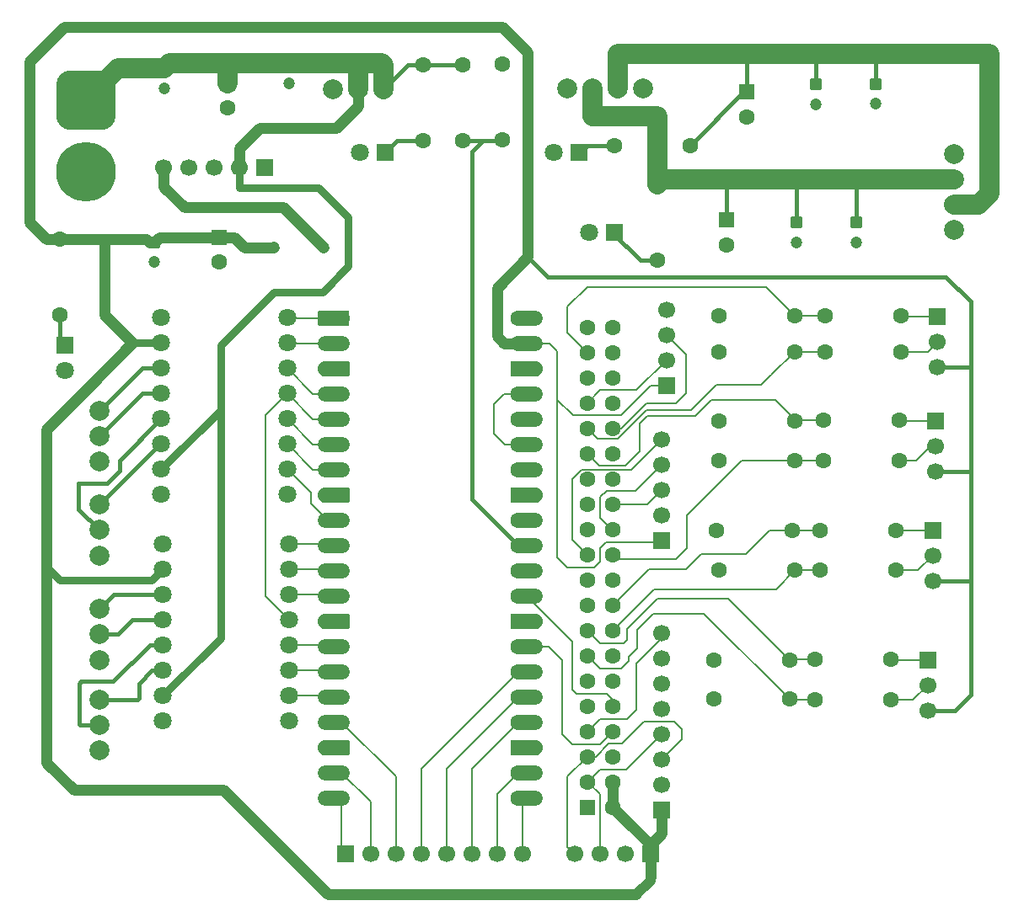
<source format=gbr>
%TF.GenerationSoftware,KiCad,Pcbnew,9.0.3*%
%TF.CreationDate,2025-08-05T09:32:10-05:00*%
%TF.ProjectId,Power Distribution PCB Schematic,506f7765-7220-4446-9973-747269627574,rev?*%
%TF.SameCoordinates,Original*%
%TF.FileFunction,Copper,L1,Top*%
%TF.FilePolarity,Positive*%
%FSLAX46Y46*%
G04 Gerber Fmt 4.6, Leading zero omitted, Abs format (unit mm)*
G04 Created by KiCad (PCBNEW 9.0.3) date 2025-08-05 09:32:10*
%MOMM*%
%LPD*%
G01*
G04 APERTURE LIST*
G04 Aperture macros list*
%AMRoundRect*
0 Rectangle with rounded corners*
0 $1 Rounding radius*
0 $2 $3 $4 $5 $6 $7 $8 $9 X,Y pos of 4 corners*
0 Add a 4 corners polygon primitive as box body*
4,1,4,$2,$3,$4,$5,$6,$7,$8,$9,$2,$3,0*
0 Add four circle primitives for the rounded corners*
1,1,$1+$1,$2,$3*
1,1,$1+$1,$4,$5*
1,1,$1+$1,$6,$7*
1,1,$1+$1,$8,$9*
0 Add four rect primitives between the rounded corners*
20,1,$1+$1,$2,$3,$4,$5,0*
20,1,$1+$1,$4,$5,$6,$7,0*
20,1,$1+$1,$6,$7,$8,$9,0*
20,1,$1+$1,$8,$9,$2,$3,0*%
%AMFreePoly0*
4,1,37,0.800000,0.796148,0.878414,0.796148,1.032228,0.765552,1.177117,0.705537,1.307515,0.618408,1.418408,0.507515,1.505537,0.377117,1.565552,0.232228,1.596148,0.078414,1.596148,-0.078414,1.565552,-0.232228,1.505537,-0.377117,1.418408,-0.507515,1.307515,-0.618408,1.177117,-0.705537,1.032228,-0.765552,0.878414,-0.796148,0.800000,-0.796148,0.800000,-0.800000,-1.400000,-0.800000,
-1.403843,-0.796157,-1.439018,-0.796157,-1.511114,-0.766294,-1.566294,-0.711114,-1.596157,-0.639018,-1.596157,-0.603843,-1.600000,-0.600000,-1.600000,0.600000,-1.596157,0.603843,-1.596157,0.639018,-1.566294,0.711114,-1.511114,0.766294,-1.439018,0.796157,-1.403843,0.796157,-1.400000,0.800000,0.800000,0.800000,0.800000,0.796148,0.800000,0.796148,$1*%
%AMFreePoly1*
4,1,37,1.403843,0.796157,1.439018,0.796157,1.511114,0.766294,1.566294,0.711114,1.596157,0.639018,1.596157,0.603843,1.600000,0.600000,1.600000,-0.600000,1.596157,-0.603843,1.596157,-0.639018,1.566294,-0.711114,1.511114,-0.766294,1.439018,-0.796157,1.403843,-0.796157,1.400000,-0.800000,-0.800000,-0.800000,-0.800000,-0.796148,-0.878414,-0.796148,-1.032228,-0.765552,-1.177117,-0.705537,
-1.307515,-0.618408,-1.418408,-0.507515,-1.505537,-0.377117,-1.565552,-0.232228,-1.596148,-0.078414,-1.596148,0.078414,-1.565552,0.232228,-1.505537,0.377117,-1.418408,0.507515,-1.307515,0.618408,-1.177117,0.705537,-1.032228,0.765552,-0.878414,0.796148,-0.800000,0.796148,-0.800000,0.800000,1.400000,0.800000,1.403843,0.796157,1.403843,0.796157,$1*%
%AMFreePoly2*
4,1,37,0.603843,0.796157,0.639018,0.796157,0.711114,0.766294,0.766294,0.711114,0.796157,0.639018,0.796157,0.603843,0.800000,0.600000,0.800000,-0.600000,0.796157,-0.603843,0.796157,-0.639018,0.766294,-0.711114,0.711114,-0.766294,0.639018,-0.796157,0.603843,-0.796157,0.600000,-0.800000,0.000000,-0.800000,0.000000,-0.796148,-0.078414,-0.796148,-0.232228,-0.765552,-0.377117,-0.705537,
-0.507515,-0.618408,-0.618408,-0.507515,-0.705537,-0.377117,-0.765552,-0.232228,-0.796148,-0.078414,-0.796148,0.078414,-0.765552,0.232228,-0.705537,0.377117,-0.618408,0.507515,-0.507515,0.618408,-0.377117,0.705537,-0.232228,0.765552,-0.078414,0.796148,0.000000,0.796148,0.000000,0.800000,0.600000,0.800000,0.603843,0.796157,0.603843,0.796157,$1*%
%AMFreePoly3*
4,1,37,0.000000,0.796148,0.078414,0.796148,0.232228,0.765552,0.377117,0.705537,0.507515,0.618408,0.618408,0.507515,0.705537,0.377117,0.765552,0.232228,0.796148,0.078414,0.796148,-0.078414,0.765552,-0.232228,0.705537,-0.377117,0.618408,-0.507515,0.507515,-0.618408,0.377117,-0.705537,0.232228,-0.765552,0.078414,-0.796148,0.000000,-0.796148,0.000000,-0.800000,-0.600000,-0.800000,
-0.603843,-0.796157,-0.639018,-0.796157,-0.711114,-0.766294,-0.766294,-0.711114,-0.796157,-0.639018,-0.796157,-0.603843,-0.800000,-0.600000,-0.800000,0.600000,-0.796157,0.603843,-0.796157,0.639018,-0.766294,0.711114,-0.711114,0.766294,-0.639018,0.796157,-0.603843,0.796157,-0.600000,0.800000,0.000000,0.800000,0.000000,0.796148,0.000000,0.796148,$1*%
G04 Aperture macros list end*
%TA.AperFunction,ComponentPad*%
%ADD10C,1.800000*%
%TD*%
%TA.AperFunction,ComponentPad*%
%ADD11C,2.000000*%
%TD*%
%TA.AperFunction,ComponentPad*%
%ADD12RoundRect,0.250000X-0.550000X0.550000X-0.550000X-0.550000X0.550000X-0.550000X0.550000X0.550000X0*%
%TD*%
%TA.AperFunction,ComponentPad*%
%ADD13C,1.600000*%
%TD*%
%TA.AperFunction,ComponentPad*%
%ADD14RoundRect,0.250000X-0.350000X0.350000X-0.350000X-0.350000X0.350000X-0.350000X0.350000X0.350000X0*%
%TD*%
%TA.AperFunction,ComponentPad*%
%ADD15C,1.200000*%
%TD*%
%TA.AperFunction,SMDPad,CuDef*%
%ADD16FreePoly0,0.000000*%
%TD*%
%TA.AperFunction,ComponentPad*%
%ADD17RoundRect,0.200000X-0.600000X-0.600000X0.600000X-0.600000X0.600000X0.600000X-0.600000X0.600000X0*%
%TD*%
%TA.AperFunction,SMDPad,CuDef*%
%ADD18RoundRect,0.800000X-0.800000X-0.000010X0.800000X-0.000010X0.800000X0.000010X-0.800000X0.000010X0*%
%TD*%
%TA.AperFunction,SMDPad,CuDef*%
%ADD19FreePoly1,0.000000*%
%TD*%
%TA.AperFunction,ComponentPad*%
%ADD20FreePoly2,0.000000*%
%TD*%
%TA.AperFunction,ComponentPad*%
%ADD21FreePoly3,0.000000*%
%TD*%
%TA.AperFunction,ComponentPad*%
%ADD22R,1.700000X1.700000*%
%TD*%
%TA.AperFunction,ComponentPad*%
%ADD23C,1.700000*%
%TD*%
%TA.AperFunction,ComponentPad*%
%ADD24R,1.800000X1.800000*%
%TD*%
%TA.AperFunction,ComponentPad*%
%ADD25RoundRect,1.500000X-1.500000X1.500000X-1.500000X-1.500000X1.500000X-1.500000X1.500000X1.500000X0*%
%TD*%
%TA.AperFunction,ComponentPad*%
%ADD26C,6.000000*%
%TD*%
%TA.AperFunction,ComponentPad*%
%ADD27R,1.605000X1.605000*%
%TD*%
%TA.AperFunction,ComponentPad*%
%ADD28C,1.605000*%
%TD*%
%TA.AperFunction,Conductor*%
%ADD29C,0.800000*%
%TD*%
%TA.AperFunction,Conductor*%
%ADD30C,0.400000*%
%TD*%
%TA.AperFunction,Conductor*%
%ADD31C,0.150000*%
%TD*%
%TA.AperFunction,Conductor*%
%ADD32C,1.100000*%
%TD*%
%TA.AperFunction,Conductor*%
%ADD33C,2.000000*%
%TD*%
%TA.AperFunction,Conductor*%
%ADD34C,0.750000*%
%TD*%
%TA.AperFunction,Conductor*%
%ADD35C,0.200000*%
%TD*%
%TA.AperFunction,Conductor*%
%ADD36C,1.000000*%
%TD*%
G04 APERTURE END LIST*
D10*
%TO.P,Driver_Board1,1,GND*%
%TO.N,GND*%
X34720000Y-56236465D03*
%TO.P,Driver_Board1,2,VCC*%
%TO.N,/5V_Bus*%
X34720000Y-58776465D03*
%TO.P,Driver_Board1,3,AO1*%
%TO.N,Net-(Driver_Board1-AO1)*%
X34720000Y-61316465D03*
%TO.P,Driver_Board1,4,AO2*%
%TO.N,Net-(Driver_Board1-AO2)*%
X34720000Y-63856465D03*
%TO.P,Driver_Board1,5,BO2*%
%TO.N,Net-(Driver_Board1-BO2)*%
X34720000Y-66396465D03*
%TO.P,Driver_Board1,6,BO1*%
%TO.N,Net-(Driver_Board1-BO1)*%
X34720000Y-68936465D03*
%TO.P,Driver_Board1,7,VMOT*%
%TO.N,/12V_Bus*%
X34720000Y-71476465D03*
%TO.P,Driver_Board1,8,GND*%
%TO.N,GND*%
X34720000Y-74016465D03*
%TO.P,Driver_Board1,9,PWMA*%
%TO.N,Net-(A1-GPIO0)*%
X47420000Y-56236465D03*
%TO.P,Driver_Board1,10,AIN2*%
%TO.N,Net-(A1-GPIO1)*%
X47420000Y-58776465D03*
%TO.P,Driver_Board1,11,AIN1*%
%TO.N,Net-(A1-GPIO2)*%
X47420000Y-61316465D03*
%TO.P,Driver_Board1,12,STBY*%
%TO.N,Net-(A1-GPIO3)*%
X47420000Y-63856465D03*
%TO.P,Driver_Board1,13,BIN1*%
%TO.N,Net-(A1-GPIO4)*%
X47420000Y-66396465D03*
%TO.P,Driver_Board1,14,BIN2*%
%TO.N,Net-(A1-GPIO5)*%
X47420000Y-68936465D03*
%TO.P,Driver_Board1,15,PWMB*%
%TO.N,Net-(A1-GPIO6)*%
X47420000Y-71476465D03*
%TO.P,Driver_Board1,16,GND*%
%TO.N,GND*%
X47420000Y-74016465D03*
%TD*%
D11*
%TO.P,J2,1,M+*%
%TO.N,/12V_Bus*%
X57110000Y-33226465D03*
%TO.P,J2,2,M-*%
X54570000Y-33226465D03*
%TO.P,J2,3,GND*%
%TO.N,GND*%
X52000000Y-33226465D03*
%TD*%
D12*
%TO.P,C2,1*%
%TO.N,/12V_Bus*%
X41406148Y-32626465D03*
D13*
%TO.P,C2,2*%
%TO.N,GND*%
X41406148Y-35126465D03*
%TD*%
D14*
%TO.P,C1,1*%
%TO.N,/12V_Bus*%
X47570000Y-30626465D03*
D15*
%TO.P,C1,2*%
%TO.N,GND*%
X47570000Y-32626465D03*
%TD*%
D14*
%TO.P,330uF1,1*%
%TO.N,/12V_Bus*%
X35070000Y-31153866D03*
D15*
%TO.P,330uF1,2*%
%TO.N,GND*%
X35070000Y-33153866D03*
%TD*%
D16*
%TO.P,A1,1,GPIO0*%
%TO.N,Net-(A1-GPIO0)*%
X52086465Y-56248800D03*
D17*
X52886465Y-56248800D03*
D18*
%TO.P,A1,2,GPIO1*%
%TO.N,Net-(A1-GPIO1)*%
X52086465Y-58788800D03*
D13*
X52886465Y-58788800D03*
D19*
%TO.P,A1,3,GND*%
%TO.N,GND*%
X52086465Y-61328800D03*
D20*
X52886465Y-61328800D03*
D18*
%TO.P,A1,4,GPIO2*%
%TO.N,Net-(A1-GPIO2)*%
X52086465Y-63868800D03*
D13*
X52886465Y-63868800D03*
D18*
%TO.P,A1,5,GPIO3*%
%TO.N,Net-(A1-GPIO3)*%
X52086465Y-66408800D03*
D13*
X52886465Y-66408800D03*
D18*
%TO.P,A1,6,GPIO4*%
%TO.N,Net-(A1-GPIO4)*%
X52086465Y-68948800D03*
D13*
X52886465Y-68948800D03*
D18*
%TO.P,A1,7,GPIO5*%
%TO.N,Net-(A1-GPIO5)*%
X52086465Y-71488800D03*
D13*
X52886465Y-71488800D03*
D19*
%TO.P,A1,8,GND*%
%TO.N,GND*%
X52086465Y-74028800D03*
D20*
X52886465Y-74028800D03*
D18*
%TO.P,A1,9,GPIO6*%
%TO.N,Net-(A1-GPIO6)*%
X52086465Y-76568800D03*
D13*
X52886465Y-76568800D03*
D18*
%TO.P,A1,10,GPIO7*%
%TO.N,Net-(A1-GPIO7)*%
X52086465Y-79108800D03*
D13*
X52886465Y-79108800D03*
D18*
%TO.P,A1,11,GPIO8*%
%TO.N,Net-(A1-GPIO8)*%
X52086465Y-81648800D03*
D13*
X52886465Y-81648800D03*
D18*
%TO.P,A1,12,GPIO9*%
%TO.N,Net-(A1-GPIO9)*%
X52086465Y-84188800D03*
D13*
X52886465Y-84188800D03*
D19*
%TO.P,A1,13,GND*%
%TO.N,GND*%
X52086465Y-86728800D03*
D20*
X52886465Y-86728800D03*
D18*
%TO.P,A1,14,GPIO10*%
%TO.N,Net-(A1-GPIO10)*%
X52086465Y-89268800D03*
D13*
X52886465Y-89268800D03*
D18*
%TO.P,A1,15,GPIO11*%
%TO.N,Net-(A1-GPIO11)*%
X52086465Y-91808800D03*
D13*
X52886465Y-91808800D03*
D18*
%TO.P,A1,16,GPIO12*%
%TO.N,Net-(A1-GPIO12)*%
X52086465Y-94348800D03*
D13*
X52886465Y-94348800D03*
D18*
%TO.P,A1,17,GPIO13*%
%TO.N,Net-(A1-GPIO13)*%
X52086465Y-96888800D03*
D13*
X52886465Y-96888800D03*
D19*
%TO.P,A1,18,GND*%
%TO.N,GND*%
X52086465Y-99428800D03*
D20*
X52886465Y-99428800D03*
D18*
%TO.P,A1,19,GPIO14*%
%TO.N,Net-(A1-GPIO14)*%
X52086465Y-101968800D03*
D13*
X52886465Y-101968800D03*
D18*
%TO.P,A1,20,GPIO15*%
%TO.N,Net-(A1-GPIO15)*%
X52086465Y-104508800D03*
D13*
X52886465Y-104508800D03*
%TO.P,A1,21,GPIO16*%
%TO.N,Net-(A1-GPIO16)*%
X70666465Y-104508800D03*
D18*
X71466465Y-104508800D03*
D13*
%TO.P,A1,22,GPIO17*%
%TO.N,Net-(A1-GPIO17)*%
X70666465Y-101968800D03*
D18*
X71466465Y-101968800D03*
D21*
%TO.P,A1,23,GND*%
%TO.N,GND*%
X70666465Y-99428800D03*
D16*
X71466465Y-99428800D03*
D13*
%TO.P,A1,24,GPIO18*%
%TO.N,Net-(A1-GPIO18)*%
X70666465Y-96888800D03*
D18*
X71466465Y-96888800D03*
D13*
%TO.P,A1,25,GPIO19*%
%TO.N,Net-(A1-GPIO19)*%
X70666465Y-94348800D03*
D18*
X71466465Y-94348800D03*
D13*
%TO.P,A1,26,GPIO20*%
%TO.N,Net-(A1-GPIO20)*%
X70666465Y-91808800D03*
D18*
X71466465Y-91808800D03*
D13*
%TO.P,A1,27,GPIO21*%
%TO.N,Net-(A1-GPIO21)*%
X70666465Y-89268800D03*
D18*
X71466465Y-89268800D03*
D21*
%TO.P,A1,28,GND*%
%TO.N,GND*%
X70666465Y-86728800D03*
D16*
X71466465Y-86728800D03*
D13*
%TO.P,A1,29,GPIO22*%
%TO.N,Net-(A1-GPIO22)*%
X70666465Y-84188800D03*
D18*
X71466465Y-84188800D03*
D13*
%TO.P,A1,30,RUN*%
%TO.N,unconnected-(A1-RUN-Pad30)*%
X70666465Y-81648800D03*
D18*
X71466465Y-81648800D03*
D13*
%TO.P,A1,31,GPIO26_ADC0*%
%TO.N,Net-(A1-GPIO26_ADC0)*%
X70666465Y-79108800D03*
D18*
X71466465Y-79108800D03*
D13*
%TO.P,A1,32,GPIO27_ADC1*%
%TO.N,unconnected-(A1-GPIO27_ADC1-Pad32)_1*%
X70666465Y-76568800D03*
D18*
X71466465Y-76568800D03*
D21*
%TO.P,A1,33,AGND*%
%TO.N,unconnected-(A1-AGND-Pad33)_1*%
X70666465Y-74028800D03*
D16*
X71466465Y-74028800D03*
D13*
%TO.P,A1,34,GPIO28_ADC2*%
%TO.N,unconnected-(A1-GPIO28_ADC2-Pad34)_1*%
X70666465Y-71488800D03*
D18*
X71466465Y-71488800D03*
D13*
%TO.P,A1,35,ADC_VREF*%
%TO.N,Net-(A1-3V3_EN)*%
X70666465Y-68948800D03*
D18*
X71466465Y-68948800D03*
D13*
%TO.P,A1,36,3V3*%
%TO.N,unconnected-(A1-3V3-Pad36)*%
X70666465Y-66408800D03*
D18*
X71466465Y-66408800D03*
D13*
%TO.P,A1,37,3V3_EN*%
%TO.N,Net-(A1-3V3_EN)*%
X70666465Y-63868800D03*
D18*
X71466465Y-63868800D03*
D21*
%TO.P,A1,38,GND*%
%TO.N,GND*%
X70666465Y-61328800D03*
D16*
X71466465Y-61328800D03*
D13*
%TO.P,A1,39,VSYS*%
%TO.N,/5V_Bus*%
X70666465Y-58788800D03*
D18*
X71466465Y-58788800D03*
D13*
%TO.P,A1,40,VBUS*%
%TO.N,unconnected-(A1-VBUS-Pad40)*%
X70666465Y-56248800D03*
D18*
X71466465Y-56248800D03*
%TD*%
D11*
%TO.P,J8,1,M+*%
%TO.N,Net-(Driver_Board1-AO1)*%
X28570000Y-65586465D03*
%TO.P,J8,2,M-*%
%TO.N,Net-(Driver_Board1-AO2)*%
X28570000Y-68126465D03*
%TO.P,J8,3,GND*%
%TO.N,GND*%
X28570000Y-70696465D03*
%TD*%
D22*
%TO.P,J20,1,EN*%
%TO.N,unconnected-(J20-EN-Pad1)*%
X45150000Y-41126465D03*
D23*
%TO.P,J20,2,Vin*%
%TO.N,/12V_Bus*%
X42610000Y-41126465D03*
%TO.P,J20,3,GND*%
%TO.N,GND*%
X40070000Y-41126465D03*
%TO.P,J20,4,GND*%
X37530000Y-41126465D03*
%TO.P,J20,5,Vout*%
%TO.N,Net-(J20-Vout)*%
X34990000Y-41126465D03*
%TD*%
D13*
%TO.P,510ohm1,1*%
%TO.N,/12V_Bus*%
X61070000Y-30816465D03*
%TO.P,510ohm1,2*%
%TO.N,Net-(D1-A)*%
X61070000Y-38436465D03*
%TD*%
D12*
%TO.P,C10,1*%
%TO.N,/6V_A*%
X93570000Y-33544086D03*
D13*
%TO.P,C10,2*%
%TO.N,GND*%
X93570000Y-36044086D03*
%TD*%
%TO.P,R5,1*%
%TO.N,Net-(J6-GPIO24{slash}SDIO_DAT0)*%
X98190000Y-77626465D03*
%TO.P,R5,2*%
%TO.N,GND*%
X90570000Y-77626465D03*
%TD*%
D11*
%TO.P,J3,1,Pin_1*%
%TO.N,GND*%
X114420000Y-47431465D03*
%TO.P,J3,2,Pin_2*%
%TO.N,/6V_A*%
X114420000Y-44891465D03*
%TO.P,J3,3,Pin_3*%
%TO.N,/6V_B*%
X114420000Y-42321465D03*
%TO.P,J3,4,Pin_4*%
%TO.N,GND*%
X114420000Y-39811465D03*
%TD*%
%TO.P,J9,1,M+*%
%TO.N,Net-(Driver_Board1-BO1)*%
X28570000Y-75016465D03*
%TO.P,J9,2,M-*%
%TO.N,Net-(Driver_Board1-BO2)*%
X28570000Y-77556465D03*
%TO.P,J9,3,GND*%
%TO.N,GND*%
X28570000Y-80126465D03*
%TD*%
%TO.P,J11,1,M+*%
%TO.N,Net-(Driver_Board2-BO1)*%
X28570000Y-94626465D03*
%TO.P,J11,2,M-*%
%TO.N,Net-(Driver_Board2-BO2)*%
X28570000Y-97166465D03*
%TO.P,J11,3,GND*%
%TO.N,GND*%
X28570000Y-99736465D03*
%TD*%
D14*
%TO.P,C4,1*%
%TO.N,/5V_Bus*%
X34070000Y-48626465D03*
D15*
%TO.P,C4,2*%
%TO.N,GND*%
X34070000Y-50626465D03*
%TD*%
D22*
%TO.P,J21,1,VCC*%
%TO.N,/5V_Bus*%
X85000000Y-78620000D03*
D23*
%TO.P,J21,2,GND*%
%TO.N,GND*%
X85000000Y-76080000D03*
%TO.P,J21,3,TXD*%
%TO.N,Net-(J21-TXD)*%
X85000000Y-73540000D03*
%TO.P,J21,4,RXD*%
%TO.N,Net-(J21-RXD)*%
X85000000Y-71000000D03*
%TO.P,J21,5,PPS*%
%TO.N,Net-(J21-PPS)*%
X85000000Y-68460000D03*
%TD*%
D14*
%TO.P,C5,1*%
%TO.N,/6V_B*%
X98570000Y-46626465D03*
D15*
%TO.P,C5,2*%
%TO.N,GND*%
X98570000Y-48626465D03*
%TD*%
D22*
%TO.P,J4,1,Pin_1*%
%TO.N,/5V_Bus*%
X85070000Y-105706465D03*
D23*
%TO.P,J4,2,Pin_2*%
%TO.N,GND*%
X85070000Y-103166465D03*
%TO.P,J4,3,Pin_3*%
%TO.N,Net-(J4-Pin_3)*%
X85070000Y-100626465D03*
%TO.P,J4,4,Pin_4*%
%TO.N,Net-(J4-Pin_4)*%
X85070000Y-98086465D03*
%TO.P,J4,5,Pin_5*%
%TO.N,unconnected-(J4-Pin_5-Pad5)*%
X85070000Y-95546465D03*
%TO.P,J4,6,Pin_6*%
%TO.N,unconnected-(J4-Pin_6-Pad6)*%
X85070000Y-93006465D03*
%TO.P,J4,7,Pin_7*%
%TO.N,GND*%
X85070000Y-90466465D03*
%TO.P,J4,8,Pin_8*%
%TO.N,Net-(J4-Pin_8)*%
X85070000Y-87926465D03*
%TD*%
D13*
%TO.P,150ohm1,1*%
%TO.N,/5V_Bus*%
X24570000Y-48316465D03*
%TO.P,150ohm1,2*%
%TO.N,Net-(D2-A)*%
X24570000Y-55936465D03*
%TD*%
D22*
%TO.P,J14,1,C1*%
%TO.N,Net-(J14-C1)*%
X112260000Y-77626465D03*
D23*
%TO.P,J14,2,C2*%
%TO.N,Net-(J14-C2)*%
X112260000Y-80166465D03*
%TO.P,J14,3,VCC*%
%TO.N,/5V_Bus*%
X112260000Y-82706465D03*
%TD*%
D22*
%TO.P,J17,1,VCC*%
%TO.N,/5V_Bus*%
X85500000Y-63040000D03*
D23*
%TO.P,J17,2,Trig*%
%TO.N,Net-(J17-Trig)*%
X85500000Y-60500000D03*
%TO.P,J17,3,Echo*%
%TO.N,Net-(J17-Echo)*%
X85500000Y-57960000D03*
%TO.P,J17,4,GND*%
%TO.N,GND*%
X85500000Y-55420000D03*
%TD*%
D13*
%TO.P,R16,1*%
%TO.N,Net-(J6-GPIO27{slash}SDIO_DAT3)*%
X100450000Y-94626465D03*
%TO.P,R16,2*%
%TO.N,Net-(J15-C2)*%
X108070000Y-94626465D03*
%TD*%
%TO.P,10k1,1*%
%TO.N,Net-(A1-GPIO26_ADC0)*%
X69070000Y-38371267D03*
%TO.P,10k1,2*%
%TO.N,GND*%
X69070000Y-30751267D03*
%TD*%
D24*
%TO.P,D3,1,A*%
%TO.N,Net-(D3-A)*%
X80270000Y-47626465D03*
D10*
%TO.P,D3,2,K*%
%TO.N,GND*%
X77730000Y-47626465D03*
%TD*%
D12*
%TO.P,C3,1*%
%TO.N,/5V_Bus*%
X40570000Y-48126465D03*
D13*
%TO.P,C3,2*%
%TO.N,GND*%
X40570000Y-50626465D03*
%TD*%
D22*
%TO.P,J15,1,C1*%
%TO.N,Net-(J15-C1)*%
X111760000Y-90626465D03*
D23*
%TO.P,J15,2,C2*%
%TO.N,Net-(J15-C2)*%
X111760000Y-93166465D03*
%TO.P,J15,3,VCC*%
%TO.N,/5V_Bus*%
X111760000Y-95706465D03*
%TD*%
D12*
%TO.P,C9,1*%
%TO.N,/6V_B*%
X91570000Y-46401465D03*
D13*
%TO.P,C9,2*%
%TO.N,GND*%
X91570000Y-48901465D03*
%TD*%
%TO.P,R2,1*%
%TO.N,Net-(J6-GPCLK2{slash}GPIO06)*%
X98380000Y-59626465D03*
%TO.P,R2,2*%
%TO.N,GND*%
X90760000Y-59626465D03*
%TD*%
D11*
%TO.P,J10,1,M+*%
%TO.N,Net-(Driver_Board2-AO1)*%
X28570000Y-85516465D03*
%TO.P,J10,2,M-*%
%TO.N,Net-(Driver_Board2-AO2)*%
X28570000Y-88056465D03*
%TO.P,J10,3,GND*%
%TO.N,GND*%
X28570000Y-90626465D03*
%TD*%
D15*
%TO.P,F1,1*%
%TO.N,/5V_Bus*%
X46070000Y-49166465D03*
%TO.P,F1,2*%
%TO.N,Net-(J20-Vout)*%
X51070000Y-49166465D03*
%TD*%
D25*
%TO.P,J1,1,12V_raw*%
%TO.N,/12V_Bus*%
X27220000Y-34378800D03*
D26*
%TO.P,J1,2,GND*%
%TO.N,GND*%
X27220000Y-41578800D03*
%TD*%
D22*
%TO.P,J13,1,C1*%
%TO.N,Net-(J13-C1)*%
X112570000Y-66586465D03*
D23*
%TO.P,J13,2,C2*%
%TO.N,Net-(J13-C2)*%
X112570000Y-69126465D03*
%TO.P,J13,3,VCC*%
%TO.N,/5V_Bus*%
X112570000Y-71666465D03*
%TD*%
D13*
%TO.P,R7,1*%
%TO.N,Net-(J6-GPIO22{slash}SDIO_CLK)*%
X97880000Y-90626465D03*
%TO.P,R7,2*%
%TO.N,GND*%
X90260000Y-90626465D03*
%TD*%
%TO.P,R3,1*%
%TO.N,Net-(J6-GPCLK1{slash}GPIO05)*%
X98380000Y-66626465D03*
%TO.P,R3,2*%
%TO.N,GND*%
X90760000Y-66626465D03*
%TD*%
D22*
%TO.P,J7,1,Pin_1*%
%TO.N,Net-(A1-GPIO15)*%
X53290000Y-110126465D03*
D23*
%TO.P,J7,2,Pin_2*%
%TO.N,Net-(A1-GPIO14)*%
X55830000Y-110126465D03*
%TO.P,J7,3,Pin_3*%
%TO.N,Net-(A1-GPIO13)*%
X58370000Y-110126465D03*
%TO.P,J7,4,Pin_4*%
%TO.N,Net-(A1-GPIO20)*%
X60910000Y-110126465D03*
%TO.P,J7,5,Pin_5*%
%TO.N,Net-(A1-GPIO19)*%
X63450000Y-110126465D03*
%TO.P,J7,6,Pin_6*%
%TO.N,Net-(A1-GPIO18)*%
X65990000Y-110126465D03*
%TO.P,J7,7,Pin_7*%
%TO.N,Net-(A1-GPIO17)*%
X68530000Y-110126465D03*
%TO.P,J7,8,Pin_8*%
%TO.N,Net-(A1-GPIO16)*%
X71070000Y-110126465D03*
%TD*%
D27*
%TO.P,J6,1,3V3*%
%TO.N,unconnected-(J6-3V3-Pad1)*%
X77570000Y-105446465D03*
D28*
%TO.P,J6,2,5V*%
%TO.N,/5V_Bus*%
X80110000Y-105446465D03*
%TO.P,J6,3,SDA_I2C1/GPIO02*%
%TO.N,Net-(J4-Pin_4)*%
X77570000Y-102906465D03*
%TO.P,J6,4,5V*%
%TO.N,/5V_Bus*%
X80110000Y-102906465D03*
%TO.P,J6,5,SCL_I2C1/GPIO03*%
%TO.N,Net-(J4-Pin_3)*%
X77570000Y-100366465D03*
%TO.P,J6,6,GND*%
%TO.N,GND*%
X80110000Y-100366465D03*
%TO.P,J6,7,GPCLK0/GPIO04*%
%TO.N,Net-(J4-Pin_8)*%
X77570000Y-97826465D03*
%TO.P,J6,8,GPIO14/UART_TXD*%
%TO.N,Net-(A1-GPIO21)*%
X80110000Y-97826465D03*
%TO.P,J6,9,GND*%
%TO.N,GND*%
X77570000Y-95286465D03*
%TO.P,J6,10,GPIO15/UART_RXD*%
%TO.N,Net-(A1-GPIO22)*%
X80110000Y-95286465D03*
%TO.P,J6,11,GPIO17/SPI1_~{CE1}*%
%TO.N,unconnected-(J6-GPIO17{slash}SPI1_~{CE1}-Pad11)*%
X77570000Y-92746465D03*
%TO.P,J6,12,GPIO18/SPI1_~{CE0}/PCM_CLK/PWM0*%
%TO.N,unconnected-(J6-GPIO18{slash}SPI1_~{CE0}{slash}PCM_CLK{slash}PWM0-Pad12)*%
X80110000Y-92746465D03*
%TO.P,J6,13,GPIO27/SDIO_DAT3*%
%TO.N,Net-(J6-GPIO27{slash}SDIO_DAT3)*%
X77570000Y-90206465D03*
%TO.P,J6,14,GND*%
%TO.N,GND*%
X80110000Y-90206465D03*
%TO.P,J6,15,GPIO22/SDIO_CLK*%
%TO.N,Net-(J6-GPIO22{slash}SDIO_CLK)*%
X77570000Y-87666465D03*
%TO.P,J6,16,GPIO23/SDIO_CMD*%
%TO.N,Net-(J6-GPIO23{slash}SDIO_CMD)*%
X80110000Y-87666465D03*
%TO.P,J6,17,3V3*%
%TO.N,unconnected-(J6-3V3-Pad1)_1*%
X77570000Y-85126465D03*
%TO.P,J6,18,GPIO24/SDIO_DAT0*%
%TO.N,Net-(J6-GPIO24{slash}SDIO_DAT0)*%
X80110000Y-85126465D03*
%TO.P,J6,19,MOSI_SPI0/GPIO10*%
%TO.N,unconnected-(J6-MOSI_SPI0{slash}GPIO10-Pad19)*%
X77570000Y-82586465D03*
%TO.P,J6,20,GND*%
%TO.N,GND*%
X80110000Y-82586465D03*
%TO.P,J6,21,MISO_SPI0/GPIO09*%
%TO.N,Net-(J21-PPS)*%
X77570000Y-80046465D03*
%TO.P,J6,22,GPIO25/SDIO_DAT1*%
%TO.N,Net-(J6-GPIO25{slash}SDIO_DAT1)*%
X80110000Y-80046465D03*
%TO.P,J6,23,SCLK_SPI0/GPIO11*%
%TO.N,unconnected-(J6-SCLK_SPI0{slash}GPIO11-Pad23)*%
X77570000Y-77506465D03*
%TO.P,J6,24,~{CE0}_SPI0/GPIO08*%
%TO.N,Net-(J21-RXD)*%
X80110000Y-77506465D03*
%TO.P,J6,25,GND*%
%TO.N,GND*%
X77570000Y-74966465D03*
%TO.P,J6,26,~{CE1}_SPI0/GPIO07*%
%TO.N,Net-(J21-TXD)*%
X80110000Y-74966465D03*
%TO.P,J6,27,ID_SD_I2C0/GPIO00*%
%TO.N,unconnected-(J6-ID_SD_I2C0{slash}GPIO00-Pad27)*%
X77570000Y-72426465D03*
%TO.P,J6,28,ID_SC_I2C0/GPIO01*%
%TO.N,unconnected-(J6-ID_SC_I2C0{slash}GPIO01-Pad28)*%
X80110000Y-72426465D03*
%TO.P,J6,29,GPCLK1/GPIO05*%
%TO.N,Net-(J6-GPCLK1{slash}GPIO05)*%
X77570000Y-69886465D03*
%TO.P,J6,30,GND*%
%TO.N,GND*%
X80110000Y-69886465D03*
%TO.P,J6,31,GPCLK2/GPIO06*%
%TO.N,Net-(J6-GPCLK2{slash}GPIO06)*%
X77570000Y-67346465D03*
%TO.P,J6,32,GPIO12/PWM0*%
%TO.N,Net-(J17-Echo)*%
X80110000Y-67346465D03*
%TO.P,J6,33,GPIO13/PWM1*%
%TO.N,Net-(J17-Trig)*%
X77570000Y-64806465D03*
%TO.P,J6,34,GND*%
%TO.N,GND*%
X80110000Y-64806465D03*
%TO.P,J6,35,GPIO19/SPI1_MISO/PCM_FS*%
%TO.N,unconnected-(J6-GPIO19{slash}SPI1_MISO{slash}PCM_FS-Pad35)*%
X77570000Y-62266465D03*
%TO.P,J6,36,GPIO16/SPI1_~{CE2}*%
%TO.N,unconnected-(J6-GPIO16{slash}SPI1_~{CE2}-Pad36)*%
X80110000Y-62266465D03*
%TO.P,J6,37,GPIO26/SDIO_DAT2*%
%TO.N,Net-(J6-GPIO26{slash}SDIO_DAT2)*%
X77570000Y-59726465D03*
%TO.P,J6,38,GPIO20/SPI1_MOSI/PCM_DIN/PWM1*%
%TO.N,unconnected-(J6-GPIO20{slash}SPI1_MOSI{slash}PCM_DIN{slash}PWM1-Pad38)*%
X80110000Y-59726465D03*
%TO.P,J6,39,GND*%
%TO.N,GND*%
X77570000Y-57186465D03*
%TO.P,J6,40,GPIO21/SPI1_SCLK/PCM_DOUT*%
%TO.N,unconnected-(J6-GPIO21{slash}SPI1_SCLK{slash}PCM_DOUT-Pad40)*%
X80110000Y-57186465D03*
%TD*%
D13*
%TO.P,R1,1*%
%TO.N,Net-(J6-GPIO26{slash}SDIO_DAT2)*%
X98380000Y-56000413D03*
%TO.P,R1,2*%
%TO.N,GND*%
X90760000Y-56000413D03*
%TD*%
D14*
%TO.P,C8,1*%
%TO.N,/6V_A*%
X106570000Y-32726465D03*
D15*
%TO.P,C8,2*%
%TO.N,GND*%
X106570000Y-34726465D03*
%TD*%
D14*
%TO.P,C7,1*%
%TO.N,/6V_B*%
X104570000Y-46626465D03*
D15*
%TO.P,C7,2*%
%TO.N,GND*%
X104570000Y-48626465D03*
%TD*%
D13*
%TO.P,R14,1*%
%TO.N,Net-(J6-GPCLK2{slash}GPIO06)*%
X101450000Y-59626465D03*
%TO.P,R14,2*%
%TO.N,Net-(J12-C2)*%
X109070000Y-59626465D03*
%TD*%
%TO.P,R6,1*%
%TO.N,Net-(J6-GPIO23{slash}SDIO_CMD)*%
X98380000Y-81626465D03*
%TO.P,R6,2*%
%TO.N,GND*%
X90760000Y-81626465D03*
%TD*%
%TO.P,33k1,1*%
%TO.N,Net-(A1-GPIO26_ADC0)*%
X65070000Y-38436465D03*
%TO.P,33k1,2*%
%TO.N,/12V_Bus*%
X65070000Y-30816465D03*
%TD*%
%TO.P,180ohm1,1*%
%TO.N,/6V_B*%
X84570000Y-42816465D03*
%TO.P,180ohm1,2*%
%TO.N,Net-(D3-A)*%
X84570000Y-50436465D03*
%TD*%
%TO.P,R8,1*%
%TO.N,Net-(J6-GPIO27{slash}SDIO_DAT3)*%
X97880000Y-94576465D03*
%TO.P,R8,2*%
%TO.N,GND*%
X90260000Y-94576465D03*
%TD*%
%TO.P,R15,1*%
%TO.N,Net-(J6-GPIO22{slash}SDIO_CLK)*%
X100450000Y-90576465D03*
%TO.P,R15,2*%
%TO.N,Net-(J15-C1)*%
X108070000Y-90576465D03*
%TD*%
D10*
%TO.P,Driver_Board2,1,GND*%
%TO.N,GND*%
X34920000Y-78976465D03*
%TO.P,Driver_Board2,2,VCC*%
%TO.N,/5V_Bus*%
X34920000Y-81516465D03*
%TO.P,Driver_Board2,3,AO1*%
%TO.N,Net-(Driver_Board2-AO1)*%
X34920000Y-84056465D03*
%TO.P,Driver_Board2,4,AO2*%
%TO.N,Net-(Driver_Board2-AO2)*%
X34920000Y-86596465D03*
%TO.P,Driver_Board2,5,BO2*%
%TO.N,Net-(Driver_Board2-BO2)*%
X34920000Y-89136465D03*
%TO.P,Driver_Board2,6,BO1*%
%TO.N,Net-(Driver_Board2-BO1)*%
X34920000Y-91676465D03*
%TO.P,Driver_Board2,7,VMOT*%
%TO.N,/12V_Bus*%
X34920000Y-94216465D03*
%TO.P,Driver_Board2,8,GND*%
%TO.N,GND*%
X34920000Y-96756465D03*
%TO.P,Driver_Board2,9,PWMA*%
%TO.N,Net-(A1-GPIO7)*%
X47620000Y-78976465D03*
%TO.P,Driver_Board2,10,AIN2*%
%TO.N,Net-(A1-GPIO8)*%
X47620000Y-81516465D03*
%TO.P,Driver_Board2,11,AIN1*%
%TO.N,Net-(A1-GPIO9)*%
X47620000Y-84056465D03*
%TO.P,Driver_Board2,12,STBY*%
%TO.N,Net-(A1-GPIO3)*%
X47620000Y-86596465D03*
%TO.P,Driver_Board2,13,BIN1*%
%TO.N,Net-(A1-GPIO10)*%
X47620000Y-89136465D03*
%TO.P,Driver_Board2,14,BIN2*%
%TO.N,Net-(A1-GPIO11)*%
X47620000Y-91676465D03*
%TO.P,Driver_Board2,15,PWMB*%
%TO.N,Net-(A1-GPIO12)*%
X47620000Y-94216465D03*
%TO.P,Driver_Board2,16,GND*%
%TO.N,GND*%
X47620000Y-96756465D03*
%TD*%
D14*
%TO.P,C6,1*%
%TO.N,/6V_A*%
X100500000Y-32753866D03*
D15*
%TO.P,C6,2*%
%TO.N,GND*%
X100500000Y-34753866D03*
%TD*%
D13*
%TO.P,R4,1*%
%TO.N,Net-(J6-GPIO25{slash}SDIO_DAT1)*%
X98380000Y-70626465D03*
%TO.P,R4,2*%
%TO.N,GND*%
X90760000Y-70626465D03*
%TD*%
%TO.P,R13,1*%
%TO.N,Net-(J6-GPIO26{slash}SDIO_DAT2)*%
X101450000Y-56036465D03*
%TO.P,R13,2*%
%TO.N,Net-(J12-C1)*%
X109070000Y-56036465D03*
%TD*%
%TO.P,R12,1*%
%TO.N,Net-(J6-GPIO23{slash}SDIO_CMD)*%
X100950000Y-81626465D03*
%TO.P,R12,2*%
%TO.N,Net-(J14-C2)*%
X108570000Y-81626465D03*
%TD*%
D24*
%TO.P,D4,1,A*%
%TO.N,Net-(D4-A)*%
X76770000Y-39626465D03*
D10*
%TO.P,D4,2,K*%
%TO.N,GND*%
X74230000Y-39626465D03*
%TD*%
D22*
%TO.P,J12,1,C1*%
%TO.N,Net-(J12-C1)*%
X112760000Y-56086465D03*
D23*
%TO.P,J12,2,C2*%
%TO.N,Net-(J12-C2)*%
X112760000Y-58626465D03*
%TO.P,J12,3,VCC*%
%TO.N,/5V_Bus*%
X112760000Y-61166465D03*
%TD*%
D13*
%TO.P,R10,1*%
%TO.N,Net-(J6-GPIO25{slash}SDIO_DAT1)*%
X101260000Y-70586465D03*
%TO.P,R10,2*%
%TO.N,Net-(J13-C2)*%
X108880000Y-70586465D03*
%TD*%
D11*
%TO.P,J16,1,Pin_1*%
%TO.N,GND*%
X83180000Y-33126465D03*
%TO.P,J16,2,Pin_2*%
%TO.N,/6V_A*%
X80640000Y-33126465D03*
%TO.P,J16,3,Pin_3*%
%TO.N,/6V_B*%
X78070000Y-33126465D03*
%TO.P,J16,4,Pin_4*%
%TO.N,GND*%
X75560000Y-33126465D03*
%TD*%
D13*
%TO.P,R11,1*%
%TO.N,Net-(J6-GPIO24{slash}SDIO_DAT0)*%
X100950000Y-77576465D03*
%TO.P,R11,2*%
%TO.N,Net-(J14-C1)*%
X108570000Y-77576465D03*
%TD*%
D22*
%TO.P,J5,1,VCC*%
%TO.N,/5V_Bus*%
X83897665Y-110126465D03*
D23*
%TO.P,J5,2,GND*%
%TO.N,GND*%
X81357665Y-110126465D03*
%TO.P,J5,3,SDA*%
%TO.N,Net-(J4-Pin_4)*%
X78817665Y-110126465D03*
%TO.P,J5,4,SCL*%
%TO.N,Net-(J4-Pin_3)*%
X76277665Y-110126465D03*
%TD*%
D24*
%TO.P,D2,1,A*%
%TO.N,Net-(D2-A)*%
X25070000Y-59000000D03*
D10*
%TO.P,D2,2,K*%
%TO.N,GND*%
X25070000Y-61540000D03*
%TD*%
D24*
%TO.P,D1,1,A*%
%TO.N,Net-(D1-A)*%
X57270000Y-39626465D03*
D10*
%TO.P,D1,2,K*%
%TO.N,GND*%
X54730000Y-39626465D03*
%TD*%
D13*
%TO.P,180ohm2,1*%
%TO.N,/6V_A*%
X87880000Y-38901465D03*
%TO.P,180ohm2,2*%
%TO.N,Net-(D4-A)*%
X80260000Y-38901465D03*
%TD*%
%TO.P,R9,1*%
%TO.N,Net-(J6-GPCLK1{slash}GPIO05)*%
X101260000Y-66536465D03*
%TO.P,R9,2*%
%TO.N,Net-(J13-C1)*%
X108880000Y-66536465D03*
%TD*%
D29*
%TO.N,/12V_Bus*%
X46070000Y-53626465D02*
X40720000Y-58976465D01*
X51000000Y-53626465D02*
X46070000Y-53626465D01*
X40720000Y-58976465D02*
X40720000Y-65378800D01*
X53570000Y-51056465D02*
X51000000Y-53626465D01*
X53570000Y-46126465D02*
X53570000Y-51056465D01*
X50570000Y-43126465D02*
X53570000Y-46126465D01*
X42600000Y-43126465D02*
X50570000Y-43126465D01*
D30*
%TO.N,Net-(D1-A)*%
X57270000Y-39626465D02*
X58460000Y-38436465D01*
X61070000Y-38436465D02*
X58460000Y-38436465D01*
D31*
%TO.N,GND*%
X27870000Y-70166465D02*
X27830000Y-70126465D01*
D30*
%TO.N,Net-(A1-GPIO26_ADC0)*%
X66000000Y-39506465D02*
X66000000Y-74442335D01*
D31*
X69004802Y-38436465D02*
X69070000Y-38371267D01*
D30*
X65070000Y-38436465D02*
X67070000Y-38436465D01*
X66000000Y-74442335D02*
X70666465Y-79108800D01*
X67070000Y-38436465D02*
X69004802Y-38436465D01*
X67070000Y-38436465D02*
X66000000Y-39506465D01*
%TO.N,/12V_Bus*%
X59520000Y-30816465D02*
X61070000Y-30816465D01*
X57110000Y-33226465D02*
X59520000Y-30816465D01*
D32*
X42610000Y-39166465D02*
X44650000Y-37126465D01*
D29*
X34920000Y-94216465D02*
X40720000Y-88416465D01*
D32*
X44650000Y-37126465D02*
X52373535Y-37126465D01*
D33*
X30444934Y-31153866D02*
X35070000Y-31153866D01*
X54570000Y-30696465D02*
X54500000Y-30626465D01*
X57110000Y-30836465D02*
X57110000Y-33226465D01*
D30*
X61070000Y-30816465D02*
X65070000Y-30816465D01*
D33*
X54570000Y-33226465D02*
X54570000Y-30696465D01*
X56900000Y-30626465D02*
X57110000Y-30836465D01*
X35070000Y-31153866D02*
X35597401Y-30626465D01*
D31*
X40720000Y-65378800D02*
X40720000Y-65476465D01*
D33*
X54500000Y-30626465D02*
X56900000Y-30626465D01*
X41500000Y-30626465D02*
X47570000Y-30626465D01*
X41406148Y-30720317D02*
X41500000Y-30626465D01*
D29*
X40720000Y-65476465D02*
X34720000Y-71476465D01*
D32*
X54570000Y-34930000D02*
X54570000Y-33226465D01*
X42610000Y-41126465D02*
X42610000Y-39166465D01*
D29*
X40720000Y-88416465D02*
X40720000Y-65378800D01*
X42610000Y-41126465D02*
X42610000Y-43116465D01*
D33*
X47570000Y-30626465D02*
X54500000Y-30626465D01*
D32*
X52373535Y-37126465D02*
X54570000Y-34930000D01*
D33*
X41406148Y-32626465D02*
X41406148Y-30720317D01*
X35597401Y-30626465D02*
X41500000Y-30626465D01*
D31*
X27220000Y-34378800D02*
X29720000Y-31878800D01*
D33*
X27220000Y-34378800D02*
X30444934Y-31153866D01*
D34*
%TO.N,/5V_Bus*%
X34720000Y-58776465D02*
X31871166Y-58776465D01*
D32*
X70666465Y-58788800D02*
X69232335Y-58788800D01*
D31*
X115990000Y-82706465D02*
X116070000Y-82626465D01*
D32*
X69232335Y-58788800D02*
X68504130Y-58060595D01*
X23220000Y-100946465D02*
X23220000Y-81276465D01*
X85070000Y-108061795D02*
X85070000Y-105706465D01*
D31*
X74570000Y-59626465D02*
X74471767Y-59528233D01*
D32*
X43110000Y-49166465D02*
X42070000Y-48126465D01*
X42070000Y-48126465D02*
X40570000Y-48126465D01*
D35*
X83960000Y-63040000D02*
X80952807Y-66047193D01*
D31*
X34070000Y-48626465D02*
X33570000Y-48626465D01*
X116030000Y-71666465D02*
X116070000Y-71626465D01*
D32*
X34570000Y-48126465D02*
X34070000Y-48626465D01*
X82500000Y-114226465D02*
X51500000Y-114226465D01*
X29070000Y-55975299D02*
X31871166Y-58776465D01*
D34*
X34920000Y-81516465D02*
X33810000Y-82626465D01*
D35*
X80952807Y-66047193D02*
X76117193Y-66047193D01*
D36*
X83897665Y-112828800D02*
X82500000Y-114226465D01*
D32*
X83897665Y-110126465D02*
X83897665Y-109234130D01*
X27521167Y-63126465D02*
X23220000Y-67427632D01*
D31*
X116030000Y-61166465D02*
X116070000Y-61126465D01*
D30*
X116070000Y-82626465D02*
X116070000Y-94126465D01*
D32*
X83897665Y-110126465D02*
X83897665Y-112500000D01*
X29070000Y-48316465D02*
X24570000Y-48316465D01*
X69070000Y-27000000D02*
X71570000Y-29500000D01*
D31*
X85000000Y-78620000D02*
X84846404Y-78773596D01*
X75570000Y-81327106D02*
X74570000Y-80327106D01*
D32*
X21570000Y-46626465D02*
X21570000Y-30430000D01*
D34*
X24570000Y-82626465D02*
X23220000Y-81276465D01*
D30*
X116070000Y-94126465D02*
X114490000Y-95706465D01*
X114490000Y-95706465D02*
X111760000Y-95706465D01*
D31*
X79422869Y-78773596D02*
X78838395Y-79358070D01*
D30*
X113570000Y-52126465D02*
X73570000Y-52126465D01*
X116070000Y-61126465D02*
X116070000Y-71626465D01*
D35*
X85500000Y-63040000D02*
X83960000Y-63040000D01*
D32*
X26000000Y-103726465D02*
X23220000Y-100946465D01*
D31*
X78838395Y-80742267D02*
X78253556Y-81327106D01*
D32*
X21570000Y-30430000D02*
X25000000Y-27000000D01*
X46070000Y-49166465D02*
X43110000Y-49166465D01*
X83897665Y-109234130D02*
X85070000Y-108061795D01*
X23260000Y-48316465D02*
X21570000Y-46626465D01*
X33260000Y-48316465D02*
X29070000Y-48316465D01*
D31*
X78253556Y-81327106D02*
X75570000Y-81327106D01*
D32*
X68504130Y-58060595D02*
X68504130Y-53192335D01*
X83897665Y-109234130D02*
X81542335Y-106878800D01*
D36*
X83897665Y-112500000D02*
X83897665Y-112828800D01*
D30*
X116070000Y-54626465D02*
X116070000Y-61126465D01*
X112260000Y-82706465D02*
X115990000Y-82706465D01*
D31*
X73732335Y-58788800D02*
X70666465Y-58788800D01*
D32*
X81542335Y-106878800D02*
X80110000Y-105446465D01*
D30*
X113570000Y-52126465D02*
X116070000Y-54626465D01*
D32*
X23220000Y-67427632D02*
X23220000Y-81276465D01*
X25000000Y-27000000D02*
X69000000Y-27000000D01*
D31*
X78838395Y-79358070D02*
X78838395Y-80742267D01*
D32*
X29070000Y-48316465D02*
X29070000Y-55975299D01*
X80110000Y-102906465D02*
X80110000Y-105446465D01*
D30*
X116070000Y-71626465D02*
X116070000Y-82626465D01*
D31*
X84846404Y-78773596D02*
X79422869Y-78773596D01*
D30*
X112760000Y-61166465D02*
X116030000Y-61166465D01*
D32*
X33570000Y-48626465D02*
X33260000Y-48316465D01*
D31*
X74570000Y-64500000D02*
X74570000Y-59626465D01*
X74570000Y-80327106D02*
X74570000Y-64500000D01*
X27521167Y-63126464D02*
X27521167Y-63126465D01*
D32*
X68504130Y-53192335D02*
X71570000Y-50126465D01*
X41000000Y-103726465D02*
X26000000Y-103726465D01*
D31*
X74471767Y-59528233D02*
X73732335Y-58788800D01*
D32*
X71570000Y-29500000D02*
X71570000Y-50126465D01*
D34*
X33810000Y-82626465D02*
X24570000Y-82626465D01*
D32*
X31871166Y-58776465D02*
X27521167Y-63126464D01*
X51500000Y-114226465D02*
X41000000Y-103726465D01*
D36*
X69000000Y-27000000D02*
X69070000Y-27000000D01*
D32*
X24570000Y-48316465D02*
X23260000Y-48316465D01*
D35*
X76117193Y-66047193D02*
X74570000Y-64500000D01*
D30*
X112570000Y-71666465D02*
X116030000Y-71666465D01*
D32*
X40570000Y-48126465D02*
X34570000Y-48126465D01*
D30*
X73570000Y-52126465D02*
X71570000Y-50126465D01*
%TO.N,Net-(D2-A)*%
X24570000Y-55936465D02*
X24570000Y-58356465D01*
D31*
X24570000Y-58356465D02*
X25070000Y-58856465D01*
D30*
%TO.N,Net-(D3-A)*%
X84570000Y-50436465D02*
X82880000Y-50436465D01*
X82880000Y-50436465D02*
X80070000Y-47626465D01*
D33*
%TO.N,/6V_B*%
X91500000Y-42321465D02*
X85065000Y-42321465D01*
X98500000Y-42321465D02*
X91500000Y-42321465D01*
X85065000Y-42321465D02*
X84570000Y-42816465D01*
X104500000Y-42321465D02*
X98500000Y-42321465D01*
D30*
X91570000Y-42391465D02*
X91500000Y-42321465D01*
X104570000Y-42391465D02*
X104500000Y-42321465D01*
X98570000Y-42391465D02*
X98500000Y-42321465D01*
D33*
X114420000Y-42321465D02*
X104500000Y-42321465D01*
X84570000Y-36000000D02*
X84570000Y-42816465D01*
D30*
X104570000Y-46626465D02*
X104570000Y-42391465D01*
X91570000Y-46401465D02*
X91570000Y-42391465D01*
D33*
X78070000Y-36000000D02*
X84570000Y-36000000D01*
D31*
X91795000Y-46626465D02*
X91570000Y-46401465D01*
D33*
X78070000Y-33126465D02*
X78070000Y-36000000D01*
D30*
X98570000Y-46626465D02*
X98570000Y-42391465D01*
%TO.N,/6V_A*%
X93570000Y-29796465D02*
X93500000Y-29726465D01*
X93570000Y-33544086D02*
X93570000Y-29796465D01*
X93570000Y-33544086D02*
X93237379Y-33544086D01*
D33*
X100500000Y-29726465D02*
X93500000Y-29726465D01*
X80651519Y-29726465D02*
X80647729Y-29722675D01*
D30*
X106570000Y-32726465D02*
X106570000Y-29796465D01*
D33*
X93500000Y-29726465D02*
X80651519Y-29726465D01*
X106500000Y-29726465D02*
X100500000Y-29726465D01*
D30*
X106570000Y-29796465D02*
X106500000Y-29726465D01*
D33*
X80647729Y-29722675D02*
X80640000Y-29730404D01*
X118000000Y-29726465D02*
X106500000Y-29726465D01*
X114420000Y-44891465D02*
X116835000Y-44891465D01*
D31*
X87922621Y-38944086D02*
X87880000Y-38901465D01*
D30*
X100500000Y-32753866D02*
X100500000Y-29726465D01*
D33*
X118000000Y-43726465D02*
X118000000Y-29726465D01*
D30*
X93237379Y-33544086D02*
X87880000Y-38901465D01*
D33*
X116835000Y-44891465D02*
X118000000Y-43726465D01*
X80640000Y-29730404D02*
X80640000Y-33126465D01*
D30*
%TO.N,Net-(D4-A)*%
X77565000Y-38901465D02*
X76840000Y-39626465D01*
X80260000Y-38901465D02*
X77565000Y-38901465D01*
D31*
%TO.N,Net-(A1-GPIO3)*%
X52886465Y-66408800D02*
X49972335Y-66408800D01*
X45276465Y-66000000D02*
X47420000Y-63856465D01*
X47620000Y-86596465D02*
X45276465Y-84252930D01*
X45276465Y-84252930D02*
X45276465Y-66000000D01*
X49972335Y-66408800D02*
X47420000Y-63856465D01*
%TO.N,Net-(A1-GPIO20)*%
X60910000Y-101565265D02*
X70666465Y-91808800D01*
X60910000Y-110126465D02*
X60910000Y-101565265D01*
X70682517Y-91792748D02*
X70666465Y-91808800D01*
%TO.N,Net-(A1-GPIO1)*%
X47432335Y-58788800D02*
X47420000Y-58776465D01*
X52886465Y-58788800D02*
X47432335Y-58788800D01*
%TO.N,Net-(A1-GPIO5)*%
X52886465Y-71488800D02*
X49972335Y-71488800D01*
X49972335Y-71488800D02*
X47420000Y-68936465D01*
%TO.N,Net-(A1-GPIO11)*%
X47620000Y-91676465D02*
X52754130Y-91676465D01*
X52754130Y-91676465D02*
X52886465Y-91808800D01*
%TO.N,Net-(A1-GPIO6)*%
X49776465Y-73832930D02*
X47420000Y-71476465D01*
X51466465Y-76568800D02*
X49776465Y-74878800D01*
X49776465Y-74878800D02*
X49776465Y-73832930D01*
X52886465Y-76568800D02*
X51466465Y-76568800D01*
%TO.N,Net-(A1-GPIO9)*%
X47620000Y-84056465D02*
X52754130Y-84056465D01*
X52754130Y-84056465D02*
X52886465Y-84188800D01*
%TO.N,Net-(A1-GPIO10)*%
X47620000Y-89136465D02*
X52754130Y-89136465D01*
X52754130Y-89136465D02*
X52886465Y-89268800D01*
%TO.N,Net-(A1-GPIO12)*%
X52754130Y-94216465D02*
X52886465Y-94348800D01*
X47620000Y-94216465D02*
X52754130Y-94216465D01*
%TO.N,Net-(A1-GPIO17)*%
X70666465Y-101968800D02*
X71466465Y-101968800D01*
X68530000Y-110126465D02*
X68530000Y-104105265D01*
X68530000Y-104105265D02*
X70666465Y-101968800D01*
%TO.N,Net-(A1-GPIO15)*%
X52886465Y-109722930D02*
X53290000Y-110126465D01*
X52886465Y-104508800D02*
X52886465Y-109722930D01*
%TO.N,Net-(A1-GPIO14)*%
X55830000Y-104912335D02*
X55830000Y-110126465D01*
X52886465Y-101968800D02*
X55830000Y-104912335D01*
X50727665Y-101968800D02*
X52886465Y-101968800D01*
%TO.N,Net-(A1-GPIO22)*%
X80110000Y-94637965D02*
X79488195Y-94016160D01*
X71466465Y-84188800D02*
X70666465Y-84188800D01*
X76459695Y-94016160D02*
X76070000Y-93626465D01*
X80110000Y-95286465D02*
X80110000Y-94637965D01*
X76070000Y-88792335D02*
X71466465Y-84188800D01*
X79488195Y-94016160D02*
X76459695Y-94016160D01*
X76070000Y-93626465D02*
X76070000Y-88792335D01*
%TO.N,Net-(A1-3V3_EN)*%
X69290000Y-68948800D02*
X70666465Y-68948800D01*
X68220000Y-67878800D02*
X69290000Y-68948800D01*
X68220000Y-64878800D02*
X68220000Y-67878800D01*
X69230000Y-63868800D02*
X68220000Y-64878800D01*
X70666465Y-63868800D02*
X69230000Y-63868800D01*
%TO.N,Net-(A1-GPIO2)*%
X52886465Y-63868800D02*
X49972335Y-63868800D01*
X49972335Y-63868800D02*
X47420000Y-61316465D01*
%TO.N,Net-(A1-GPIO4)*%
X47420000Y-66396465D02*
X49972335Y-68948800D01*
X49972335Y-68948800D02*
X52886465Y-68948800D01*
%TO.N,Net-(A1-GPIO16)*%
X71070000Y-104912335D02*
X70666465Y-104508800D01*
X71070000Y-110126465D02*
X71070000Y-104912335D01*
X71110000Y-104952335D02*
X70666465Y-104508800D01*
%TO.N,Net-(A1-GPIO0)*%
X52886465Y-56248800D02*
X47432335Y-56248800D01*
X47432335Y-56248800D02*
X47420000Y-56236465D01*
%TO.N,Net-(A1-GPIO21)*%
X76098232Y-99096934D02*
X75070000Y-98068702D01*
X78839531Y-99096934D02*
X76098232Y-99096934D01*
X75070000Y-90626465D02*
X73712335Y-89268800D01*
X80110000Y-97826465D02*
X78839531Y-99096934D01*
X73712335Y-89268800D02*
X70666465Y-89268800D01*
X75070000Y-98068702D02*
X75070000Y-90626465D01*
%TO.N,Net-(A1-GPIO8)*%
X47620000Y-81516465D02*
X52754130Y-81516465D01*
X52754130Y-81516465D02*
X52886465Y-81648800D01*
%TO.N,Net-(A1-GPIO7)*%
X47620000Y-78976465D02*
X52754130Y-78976465D01*
X52754130Y-78976465D02*
X52886465Y-79108800D01*
%TO.N,Net-(A1-GPIO19)*%
X70682517Y-94332748D02*
X70666465Y-94348800D01*
X63450000Y-101565265D02*
X70666465Y-94348800D01*
X63450000Y-110126465D02*
X63450000Y-101565265D01*
%TO.N,Net-(A1-GPIO18)*%
X70682517Y-96872748D02*
X70666465Y-96888800D01*
X65990000Y-101565265D02*
X70666465Y-96888800D01*
X65990000Y-110126465D02*
X65990000Y-101565265D01*
%TO.N,Net-(A1-GPIO13)*%
X52886465Y-96888800D02*
X58370000Y-102372335D01*
X58370000Y-102372335D02*
X58370000Y-110126465D01*
X50807665Y-96888800D02*
X52886465Y-96888800D01*
%TO.N,Net-(J4-Pin_3)*%
X82009606Y-98066859D02*
X83257457Y-96819008D01*
X82009606Y-98090124D02*
X81070000Y-99029730D01*
X76277665Y-110126465D02*
X75570000Y-109418800D01*
X86262543Y-96819008D02*
X87070000Y-97626465D01*
X87070000Y-97626465D02*
X87070000Y-98626465D01*
X78394374Y-100366465D02*
X79731109Y-99029730D01*
X75570000Y-102366465D02*
X77570000Y-100366465D01*
X75570000Y-109418800D02*
X75570000Y-102366465D01*
X83257457Y-96819008D02*
X86262543Y-96819008D01*
X87070000Y-98626465D02*
X85070000Y-100626465D01*
X79731109Y-99029730D02*
X81070000Y-99029730D01*
X77570000Y-100366465D02*
X78394374Y-100366465D01*
X82009606Y-98066859D02*
X82009606Y-98090124D01*
%TO.N,Net-(J4-Pin_8)*%
X85070000Y-87926465D02*
X85070000Y-88430000D01*
X78829606Y-96566859D02*
X77570000Y-97826465D01*
X81570000Y-96566859D02*
X78829606Y-96566859D01*
X85070000Y-88430000D02*
X82500000Y-91000000D01*
X82500000Y-95636859D02*
X81570000Y-96566859D01*
X82500000Y-91000000D02*
X82500000Y-95636859D01*
%TO.N,Net-(J4-Pin_4)*%
X85070000Y-98086465D02*
X85000000Y-98086465D01*
X78836514Y-101639951D02*
X77570000Y-102906465D01*
X85000000Y-98086465D02*
X81446514Y-101639951D01*
X78817665Y-104154130D02*
X77570000Y-102906465D01*
X78817665Y-110126465D02*
X78817665Y-104154130D01*
X81446514Y-101639951D02*
X78836514Y-101639951D01*
%TO.N,Net-(J6-GPIO24{slash}SDIO_DAT0)*%
X98190000Y-77626465D02*
X95873535Y-77626465D01*
X95873535Y-77626465D02*
X93500000Y-80000000D01*
X87500000Y-81500000D02*
X83736465Y-81500000D01*
X100950000Y-77576465D02*
X98240000Y-77576465D01*
X89000000Y-80000000D02*
X87500000Y-81500000D01*
X93500000Y-80000000D02*
X89000000Y-80000000D01*
X83736465Y-81500000D02*
X80110000Y-85126465D01*
X98240000Y-77576465D02*
X98190000Y-77626465D01*
%TO.N,Net-(J6-GPIO22{slash}SDIO_CLK)*%
X78674609Y-88769464D02*
X78678930Y-88769464D01*
X84598233Y-84500000D02*
X91753535Y-84500000D01*
X81570000Y-88626465D02*
X81570000Y-87528233D01*
X78865308Y-88955842D02*
X81240623Y-88955842D01*
X81570000Y-87528233D02*
X84598233Y-84500000D01*
X97930000Y-90576465D02*
X97880000Y-90626465D01*
X77570000Y-87666465D02*
X78583124Y-88679589D01*
X100450000Y-90576465D02*
X97930000Y-90576465D01*
X78584734Y-88679589D02*
X78674609Y-88769464D01*
X91753535Y-84500000D02*
X97880000Y-90626465D01*
X78583124Y-88679589D02*
X78584734Y-88679589D01*
X81240623Y-88955842D02*
X81570000Y-88626465D01*
X78678930Y-88769464D02*
X78865308Y-88955842D01*
%TO.N,Net-(J6-GPIO23{slash}SDIO_CMD)*%
X80110001Y-87666465D02*
X80110000Y-87666465D01*
X98380000Y-81626465D02*
X96506465Y-83500000D01*
X84276466Y-83500000D02*
X80110001Y-87666465D01*
X100950000Y-81626465D02*
X98380000Y-81626465D01*
X96506465Y-83500000D02*
X84276466Y-83500000D01*
%TO.N,Net-(J6-GPIO25{slash}SDIO_DAT1)*%
X98380000Y-70626465D02*
X93070000Y-70626465D01*
X93070000Y-70626465D02*
X87570000Y-76126465D01*
X101260000Y-70586465D02*
X98420000Y-70586465D01*
X80563535Y-80500000D02*
X80110000Y-80046465D01*
X87570000Y-79430000D02*
X86500000Y-80500000D01*
X98420000Y-70586465D02*
X98380000Y-70626465D01*
X86500000Y-80500000D02*
X80563535Y-80500000D01*
X87570000Y-76126465D02*
X87570000Y-79430000D01*
%TO.N,Net-(J21-TXD)*%
X85000000Y-73540000D02*
X83573535Y-74966465D01*
X83573535Y-74966465D02*
X80110000Y-74966465D01*
%TO.N,Net-(J6-GPIO26{slash}SDIO_DAT2)*%
X75570000Y-57726465D02*
X77570000Y-59726465D01*
X101450000Y-56036465D02*
X98416052Y-56036465D01*
X77570000Y-53126465D02*
X75570000Y-55126465D01*
X98380000Y-56000413D02*
X95506052Y-53126465D01*
X75570000Y-55126465D02*
X75570000Y-57726465D01*
X98416052Y-56036465D02*
X98380000Y-56000413D01*
X95506052Y-53126465D02*
X77570000Y-53126465D01*
%TO.N,Net-(J17-Echo)*%
X87473925Y-59933925D02*
X87473925Y-63838173D01*
X85500000Y-57960000D02*
X87473925Y-59933925D01*
X87473925Y-63838173D02*
X86500000Y-64812098D01*
X83513508Y-64812098D02*
X80979141Y-67346465D01*
X80979141Y-67346465D02*
X80110000Y-67346465D01*
X86500000Y-64812098D02*
X83513508Y-64812098D01*
%TO.N,Net-(J6-GPCLK2{slash}GPIO06)*%
X77570000Y-67346465D02*
X78611768Y-68388232D01*
X90500000Y-63000000D02*
X95000000Y-63000000D01*
X80611768Y-68388232D02*
X83500000Y-65500000D01*
X83500000Y-65500000D02*
X88000000Y-65500000D01*
X101450000Y-59626465D02*
X98380000Y-59626465D01*
X96070000Y-61936465D02*
X98380000Y-59626465D01*
X78611768Y-68388232D02*
X80611768Y-68388232D01*
X88000000Y-65500000D02*
X90500000Y-63000000D01*
X96063535Y-61936465D02*
X96070000Y-61936465D01*
X95000000Y-63000000D02*
X96063535Y-61936465D01*
%TO.N,Net-(J6-GPIO27{slash}SDIO_DAT3)*%
X81747587Y-90752413D02*
X80998221Y-91501779D01*
X80998221Y-91501779D02*
X78865314Y-91501779D01*
X78865314Y-91501779D02*
X77570000Y-90206465D01*
X81747587Y-90298211D02*
X81747587Y-90752413D01*
X97880000Y-94576465D02*
X89303535Y-86000000D01*
X81996210Y-90049588D02*
X81747587Y-90298211D01*
X89303535Y-86000000D02*
X84196465Y-86000000D01*
X97930000Y-94626465D02*
X97880000Y-94576465D01*
X82570000Y-89479588D02*
X82000000Y-90049588D01*
X82000000Y-90049588D02*
X81996210Y-90049588D01*
X84196465Y-86000000D02*
X82570000Y-87626465D01*
X82570000Y-87626465D02*
X82570000Y-89479588D01*
X100450000Y-94626465D02*
X97930000Y-94626465D01*
%TO.N,Net-(J17-Trig)*%
X85500000Y-60500000D02*
X82500000Y-63500000D01*
X82500000Y-63500000D02*
X78876465Y-63500000D01*
X78876465Y-63500000D02*
X77570000Y-64806465D01*
%TO.N,Net-(J6-GPCLK1{slash}GPIO05)*%
X96443535Y-64500000D02*
X90000000Y-64500000D01*
X98380000Y-66436465D02*
X96443535Y-64500000D01*
X98470000Y-66536465D02*
X98380000Y-66626465D01*
X90000000Y-64500000D02*
X88401768Y-66098232D01*
X81381877Y-71118123D02*
X78801658Y-71118123D01*
X101260000Y-66536465D02*
X98470000Y-66536465D01*
X83598232Y-66098232D02*
X82848232Y-66848232D01*
X82848232Y-69651768D02*
X81381877Y-71118123D01*
X78801658Y-71118123D02*
X77570000Y-69886465D01*
X88401768Y-66098232D02*
X83598232Y-66098232D01*
X98380000Y-66626465D02*
X98380000Y-66436465D01*
X82848232Y-66848232D02*
X82848232Y-69651768D01*
%TO.N,Net-(J21-RXD)*%
X80581874Y-77034591D02*
X80110000Y-77506465D01*
X82377190Y-73622810D02*
X79500000Y-73622810D01*
X78854938Y-76354938D02*
X80006465Y-77506465D01*
X79500000Y-73622810D02*
X78854938Y-74267872D01*
X78854938Y-74267872D02*
X78854938Y-76354938D01*
X80006465Y-77506465D02*
X80110000Y-77506465D01*
X85000000Y-71000000D02*
X82377190Y-73622810D01*
%TO.N,Net-(J21-PPS)*%
X81952182Y-71507818D02*
X85000000Y-68460000D01*
X77000000Y-71507818D02*
X81952182Y-71507818D01*
X76034740Y-78511205D02*
X76034740Y-72473078D01*
X77570000Y-80046465D02*
X76034740Y-78511205D01*
X76034740Y-72473078D02*
X77000000Y-71507818D01*
%TO.N,Net-(J12-C2)*%
X112760000Y-58626465D02*
X111760000Y-59626465D01*
X111760000Y-59626465D02*
X109070000Y-59626465D01*
%TO.N,Net-(J12-C1)*%
X109120000Y-56086465D02*
X109070000Y-56036465D01*
X112760000Y-56086465D02*
X109120000Y-56086465D01*
%TO.N,Net-(J13-C2)*%
X112070000Y-69126465D02*
X110610000Y-70586465D01*
X110610000Y-70586465D02*
X108880000Y-70586465D01*
X112570000Y-69126465D02*
X112070000Y-69126465D01*
%TO.N,Net-(J13-C1)*%
X108930000Y-66586465D02*
X108880000Y-66536465D01*
X112570000Y-66586465D02*
X108930000Y-66586465D01*
%TO.N,Net-(J14-C2)*%
X110800000Y-81626465D02*
X108570000Y-81626465D01*
X112260000Y-80166465D02*
X110800000Y-81626465D01*
%TO.N,Net-(J14-C1)*%
X108620000Y-77626465D02*
X108570000Y-77576465D01*
X112260000Y-77626465D02*
X108620000Y-77626465D01*
%TO.N,Net-(J15-C2)*%
X110300000Y-94626465D02*
X108070000Y-94626465D01*
X111760000Y-93166465D02*
X110300000Y-94626465D01*
%TO.N,Net-(J15-C1)*%
X108120000Y-90626465D02*
X108070000Y-90576465D01*
X111760000Y-90626465D02*
X108120000Y-90626465D01*
D32*
%TO.N,Net-(J20-Vout)*%
X37070000Y-45126465D02*
X47030000Y-45126465D01*
X34990000Y-43046465D02*
X37070000Y-45126465D01*
X47030000Y-45126465D02*
X51070000Y-49166465D01*
X34990000Y-41126465D02*
X34990000Y-43046465D01*
D30*
%TO.N,Net-(Driver_Board1-AO1)*%
X34720000Y-61316465D02*
X32840000Y-61316465D01*
X32840000Y-61316465D02*
X28570000Y-65586465D01*
%TO.N,Net-(Driver_Board1-BO1)*%
X28570000Y-75016465D02*
X34650000Y-68936465D01*
D31*
X34650000Y-68936465D02*
X34720000Y-68936465D01*
D30*
%TO.N,Net-(Driver_Board1-BO2)*%
X34720000Y-66396465D02*
X30570000Y-70546465D01*
X30570000Y-70546465D02*
X30570000Y-71626465D01*
X26480888Y-75467353D02*
X28570000Y-77556465D01*
X26480888Y-72856687D02*
X26480888Y-75467353D01*
X29339778Y-72856687D02*
X26480888Y-72856687D01*
X30570000Y-71626465D02*
X29339778Y-72856687D01*
D31*
X34140000Y-66396465D02*
X34720000Y-66396465D01*
D30*
%TO.N,Net-(Driver_Board1-AO2)*%
X32840000Y-63856465D02*
X34720000Y-63856465D01*
X28570000Y-68126465D02*
X32840000Y-63856465D01*
%TO.N,Net-(Driver_Board2-AO2)*%
X31903535Y-86596465D02*
X30443535Y-88056465D01*
X34920000Y-86596465D02*
X31903535Y-86596465D01*
X30443535Y-88056465D02*
X28570000Y-88056465D01*
%TO.N,Net-(Driver_Board2-BO2)*%
X34920000Y-89136465D02*
X33598553Y-89136465D01*
X26712939Y-92787061D02*
X26500000Y-93000000D01*
X26500000Y-93000000D02*
X26500000Y-97067692D01*
X26598773Y-97166465D02*
X28570000Y-97166465D01*
X33598553Y-89136465D02*
X29947957Y-92787061D01*
X29947957Y-92787061D02*
X26712939Y-92787061D01*
X26500000Y-97067692D02*
X26598773Y-97166465D01*
D31*
%TO.N,Net-(Driver_Board2-AO1)*%
X34594373Y-83730838D02*
X34920000Y-84056465D01*
D30*
X34920000Y-84056465D02*
X30030000Y-84056465D01*
X30030000Y-84056465D02*
X28570000Y-85516465D01*
%TO.N,Net-(Driver_Board2-BO1)*%
X32500000Y-94500000D02*
X32500000Y-93000000D01*
X33823535Y-91676465D02*
X34920000Y-91676465D01*
X32500000Y-93000000D02*
X33823535Y-91676465D01*
X28570000Y-94626465D02*
X32373535Y-94626465D01*
X32500000Y-94500000D02*
X32373535Y-94626465D01*
%TD*%
M02*

</source>
